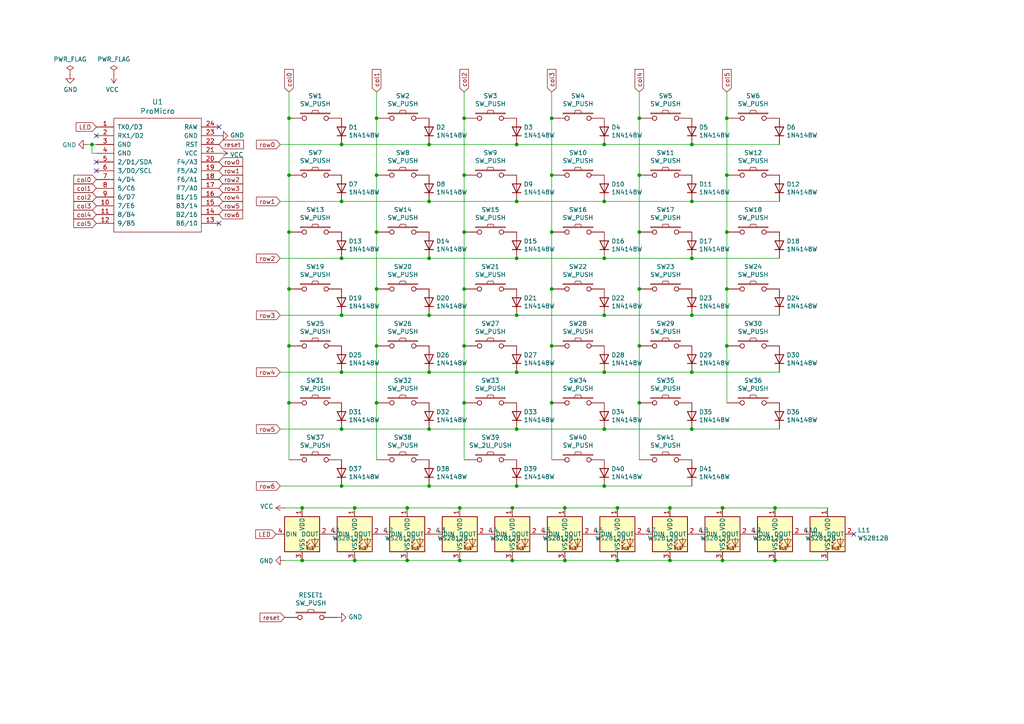
<source format=kicad_sch>
(kicad_sch (version 20230121) (generator eeschema)
  (paper "A4")
  (title_block (title "REVIUNG41") (date "2019-12-18") (rev "1.3"))
  (lib_symbols
    (symbol "Diode:1N4148W" (pin_numbers hide) (pin_names hide)
      (property "Reference" "D" (at 0 2.54 0))
      (property "Value" "1N4148W" (at 0 -2.54 0))
      (symbol "1N4148W_0_1"
        (polyline (pts (xy -1.27 1.27) (xy -1.27 -1.27)) (stroke (width 0.254)))
        (polyline (pts (xy 1.27 0) (xy -1.27 0)))
        (polyline (pts (xy 1.27 1.27) (xy 1.27 -1.27) (xy -1.27 0) (xy 1.27 1.27)) (stroke (width 0.254)))
      )
      (symbol "1N4148W_1_1"
        (pin passive line (at -3.81 0 0) (length 2.54) (name "K") (number "1"))
        (pin passive line (at 3.81 0 180) (length 2.54) (name "A") (number "2"))
      )
    )
    (symbol "LED:WS2812B" (pin_names (offset 0.254))
      (property "Reference" "D" (at 5.08 5.715 0))
      (property "Value" "WS2812B" (at 1.27 -5.715 0))
      (symbol "WS2812B_0_0"
        (text "RGB" (at 2.286 -4.191 0) (effects (font (size 0.762 0.762))))
      )
      (symbol "WS2812B_0_1"
        (polyline (pts (xy 1.27 -3.556) (xy 1.778 -3.556)))
        (polyline (pts (xy 1.27 -2.54) (xy 1.778 -2.54)))
        (polyline (pts (xy 4.699 -3.556) (xy 2.667 -3.556)))
        (polyline (pts (xy 2.286 -2.54) (xy 1.27 -3.556) (xy 1.27 -3.048)))
        (polyline (pts (xy 2.286 -1.524) (xy 1.27 -2.54) (xy 1.27 -2.032)))
        (polyline (pts (xy 3.683 -1.016) (xy 3.683 -3.556) (xy 3.683 -4.064)))
        (polyline (pts (xy 4.699 -1.524) (xy 2.667 -1.524) (xy 3.683 -3.556) (xy 4.699 -1.524)))
        (rectangle (start 5.08 5.08) (end -5.08 -5.08) (stroke (width 0.254)) (fill (type background)))
      )
      (symbol "WS2812B_1_1"
        (pin power_in line (at 0 7.62 270) (length 2.54) (name "VDD") (number "1"))
        (pin output line (at 7.62 0 180) (length 2.54) (name "DOUT") (number "2"))
        (pin power_in line (at 0 -7.62 90) (length 2.54) (name "VSS") (number "3"))
        (pin input line (at -7.62 0 0) (length 2.54) (name "DIN") (number "4"))
      )
    )
    (symbol "power:GND" (power) (pin_names (offset 0))
      (property "Value" "GND" (at 0 -3.81 0))
      (symbol "GND_0_1"
        (polyline (pts (xy 0 0) (xy 0 -1.27) (xy 1.27 -1.27) (xy 0 -2.54) (xy -1.27 -1.27) (xy 0 -1.27)))
      )
      (symbol "GND_1_1"
        (pin power_in line (at 0 0 270) (length 0) hide (name "GND") (number "1"))
      )
    )
    (symbol "power:PWR_FLAG" (power) (pin_numbers hide) (pin_names (offset 0) hide)
      (property "Value" "PWR_FLAG" (at 0 3.81 0))
      (symbol "PWR_FLAG_0_0"
        (pin power_out line (at 0 0 90) (length 0) (name "pwr") (number "1"))
      )
      (symbol "PWR_FLAG_0_1"
        (polyline (pts (xy 0 0) (xy 0 1.27) (xy -1.016 1.905) (xy 0 2.54) (xy 1.016 1.905) (xy 0 1.27)))
      )
    )
    (symbol "power:VCC" (power) (pin_names (offset 0))
      (property "Value" "VCC" (at 0 3.81 0))
      (symbol "VCC_0_1"
        (polyline (pts (xy -0.762 1.27) (xy 0 2.54)))
        (polyline (pts (xy 0 0) (xy 0 2.54)))
        (polyline (pts (xy 0 2.54) (xy 0.762 1.27)))
      )
      (symbol "VCC_1_1"
        (pin power_in line (at 0 0 90) (length 0) hide (name "VCC") (number "1"))
      )
    )
    (symbol "reviung41-rescue:ProMicro-_reviung-kbd" (pin_names (offset 1.016))
      (property "Reference" "U" (at 0 24.13 0))
      (property "Value" "_reviung-kbd_ProMicro" (at 0 -13.97 0))
      (symbol "ProMicro-_reviung-kbd_0_1"
        (rectangle (start -12.7 21.59) (end 12.7 -11.43))
      )
      (symbol "ProMicro-_reviung-kbd_1_1"
        (pin bidirectional line (at -17.78 19.05 0) (length 5.08) (name "TX0/D3") (number "1"))
        (pin bidirectional line (at -17.78 -3.81 0) (length 5.08) (name "7/E6") (number "10"))
        (pin bidirectional line (at -17.78 -6.35 0) (length 5.08) (name "8/B4") (number "11"))
        (pin bidirectional line (at -17.78 -8.89 0) (length 5.08) (name "9/B5") (number "12"))
        (pin bidirectional line (at 17.78 -8.89 180) (length 5.08) (name "B6/10") (number "13"))
        (pin bidirectional line (at 17.78 -6.35 180) (length 5.08) (name "B2/16") (number "14"))
        (pin bidirectional line (at 17.78 -3.81 180) (length 5.08) (name "B3/14") (number "15"))
        (pin bidirectional line (at 17.78 -1.27 180) (length 5.08) (name "B1/15") (number "16"))
        (pin bidirectional line (at 17.78 1.27 180) (length 5.08) (name "F7/A0") (number "17"))
        (pin bidirectional line (at 17.78 3.81 180) (length 5.08) (name "F6/A1") (number "18"))
        (pin bidirectional line (at 17.78 6.35 180) (length 5.08) (name "F5/A2") (number "19"))
        (pin bidirectional line (at -17.78 16.51 0) (length 5.08) (name "RX1/D2") (number "2"))
        (pin bidirectional line (at 17.78 8.89 180) (length 5.08) (name "F4/A3") (number "20"))
        (pin power_in line (at 17.78 11.43 180) (length 5.08) (name "VCC") (number "21"))
        (pin input line (at 17.78 13.97 180) (length 5.08) (name "RST") (number "22"))
        (pin power_in line (at 17.78 16.51 180) (length 5.08) (name "GND") (number "23"))
        (pin power_out line (at 17.78 19.05 180) (length 5.08) (name "RAW") (number "24"))
        (pin power_in line (at -17.78 13.97 0) (length 5.08) (name "GND") (number "3"))
        (pin power_in line (at -17.78 11.43 0) (length 5.08) (name "GND") (number "4"))
        (pin bidirectional line (at -17.78 8.89 0) (length 5.08) (name "2/D1/SDA") (number "5"))
        (pin bidirectional line (at -17.78 6.35 0) (length 5.08) (name "3/D0/SCL") (number "6"))
        (pin bidirectional line (at -17.78 3.81 0) (length 5.08) (name "4/D4") (number "7"))
        (pin bidirectional line (at -17.78 1.27 0) (length 5.08) (name "5/C6") (number "8"))
        (pin bidirectional line (at -17.78 -1.27 0) (length 5.08) (name "6/D7") (number "9"))
      )
    )
    (symbol "reviung41-rescue:SW_PUSH-_reviung-kbd" (pin_numbers hide) (pin_names (offset 1.016) hide)
      (property "Reference" "SW" (at 3.81 2.794 0))
      (property "Value" "_reviung-kbd_SW_PUSH" (at 0 -2.032 0))
      (symbol "SW_PUSH-_reviung-kbd_0_1"
        (rectangle (start -4.318 1.27) (end 4.318 1.524))
        (polyline (pts (xy -1.016 1.524) (xy -0.762 2.286) (xy 0.762 2.286) (xy 1.016 1.524)))
        (pin passive inverted (at -7.62 0 0) (length 5.08) (name "1") (number "1"))
        (pin passive inverted (at 7.62 0 180) (length 5.08) (name "2") (number "2"))
      )
    )
  )
  (junction (at 118.11 147.32))
  (junction (at 149.86 140.97))
  (junction (at 109.22 100.33))
  (junction (at 83.82 100.33))
  (junction (at 134.62 100.33))
  (junction (at 175.26 124.46))
  (junction (at 134.62 50.8))
  (junction (at 209.55 162.56))
  (junction (at 224.79 162.56))
  (junction (at 109.22 83.82))
  (junction (at 83.82 83.82))
  (junction (at 200.66 91.44))
  (junction (at 149.86 41.91))
  (junction (at 160.02 116.84))
  (junction (at 134.62 116.84))
  (junction (at 149.86 107.95))
  (junction (at 109.22 34.29))
  (junction (at 118.11 162.56))
  (junction (at 109.22 67.31))
  (junction (at 149.86 124.46))
  (junction (at 210.82 34.29))
  (junction (at 87.63 162.56))
  (junction (at 124.46 91.44))
  (junction (at 124.46 107.95))
  (junction (at 102.87 162.56))
  (junction (at 134.62 67.31))
  (junction (at 149.86 58.42))
  (junction (at 99.06 107.95))
  (junction (at 179.07 147.32))
  (junction (at 102.87 147.32))
  (junction (at 185.42 116.84))
  (junction (at 175.26 140.97))
  (junction (at 109.22 50.8))
  (junction (at 133.35 162.56))
  (junction (at 163.83 147.32))
  (junction (at 99.06 124.46))
  (junction (at 175.26 74.93))
  (junction (at 99.06 91.44))
  (junction (at 160.02 100.33))
  (junction (at 124.46 74.93))
  (junction (at 175.26 41.91))
  (junction (at 99.06 140.97))
  (junction (at 124.46 41.91))
  (junction (at 83.82 67.31))
  (junction (at 179.07 162.56))
  (junction (at 163.83 162.56))
  (junction (at 124.46 124.46))
  (junction (at 160.02 83.82))
  (junction (at 109.22 116.84))
  (junction (at 185.42 34.29))
  (junction (at 87.63 147.32))
  (junction (at 148.59 162.56))
  (junction (at 83.82 50.8))
  (junction (at 185.42 83.82))
  (junction (at 185.42 100.33))
  (junction (at 194.31 162.56))
  (junction (at 210.82 50.8))
  (junction (at 200.66 107.95))
  (junction (at 83.82 34.29))
  (junction (at 124.46 140.97))
  (junction (at 124.46 58.42))
  (junction (at 160.02 67.31))
  (junction (at 200.66 74.93))
  (junction (at 175.26 91.44))
  (junction (at 200.66 124.46))
  (junction (at 149.86 74.93))
  (junction (at 200.66 41.91))
  (junction (at 134.62 34.29))
  (junction (at 149.86 91.44))
  (junction (at 134.62 83.82))
  (junction (at 133.35 147.32))
  (junction (at 175.26 58.42))
  (junction (at 99.06 41.91))
  (junction (at 83.82 116.84))
  (junction (at 210.82 100.33))
  (junction (at 210.82 67.31))
  (junction (at 194.31 147.32))
  (junction (at 99.06 58.42))
  (junction (at 26.67 41.91))
  (junction (at 99.06 74.93))
  (junction (at 160.02 34.29))
  (junction (at 224.79 147.32))
  (junction (at 209.55 147.32))
  (junction (at 185.42 50.8))
  (junction (at 210.82 83.82))
  (junction (at 160.02 50.8))
  (junction (at 148.59 147.32))
  (junction (at 185.42 67.31))
  (junction (at 175.26 107.95))
  (junction (at 200.66 58.42))
  (no_connect (at 27.94 39.37))
  (no_connect (at 63.5 64.77))
  (no_connect (at 247.65 154.94))
  (no_connect (at 27.94 46.99))
  (no_connect (at 27.94 49.53))
  (no_connect (at 63.5 36.83))
  (wire (pts (xy 149.86 91.44) (xy 175.26 91.44)))
  (wire (pts (xy 102.87 162.56) (xy 118.11 162.56)))
  (wire (pts (xy 27.94 44.45) (xy 26.67 44.45)))
  (wire (pts (xy 81.28 74.93) (xy 99.06 74.93)))
  (wire (pts (xy 200.66 124.46) (xy 226.06 124.46)))
  (wire (pts (xy 210.82 34.29) (xy 210.82 50.8)))
  (wire (pts (xy 81.28 140.97) (xy 99.06 140.97)))
  (wire (pts (xy 133.35 147.32) (xy 148.59 147.32)))
  (wire (pts (xy 83.82 116.84) (xy 83.82 133.35)))
  (wire (pts (xy 185.42 67.31) (xy 185.42 83.82)))
  (wire (pts (xy 185.42 116.84) (xy 185.42 133.35)))
  (wire (pts (xy 148.59 147.32) (xy 163.83 147.32)))
  (wire (pts (xy 210.82 26.67) (xy 210.82 34.29)))
  (wire (pts (xy 210.82 67.31) (xy 210.82 83.82)))
  (wire (pts (xy 27.94 41.91) (xy 26.67 41.91)))
  (wire (pts (xy 149.86 41.91) (xy 175.26 41.91)))
  (wire (pts (xy 102.87 162.56) (xy 87.63 162.56)))
  (wire (pts (xy 200.66 58.42) (xy 226.06 58.42)))
  (wire (pts (xy 224.79 162.56) (xy 240.03 162.56)))
  (wire (pts (xy 134.62 34.29) (xy 134.62 50.8)))
  (wire (pts (xy 81.28 41.91) (xy 99.06 41.91)))
  (wire (pts (xy 175.26 91.44) (xy 200.66 91.44)))
  (wire (pts (xy 83.82 34.29) (xy 83.82 50.8)))
  (wire (pts (xy 200.66 107.95) (xy 226.06 107.95)))
  (wire (pts (xy 134.62 116.84) (xy 134.62 133.35)))
  (wire (pts (xy 185.42 26.67) (xy 185.42 34.29)))
  (wire (pts (xy 175.26 107.95) (xy 200.66 107.95)))
  (wire (pts (xy 99.06 91.44) (xy 124.46 91.44)))
  (wire (pts (xy 124.46 58.42) (xy 149.86 58.42)))
  (wire (pts (xy 118.11 147.32) (xy 133.35 147.32)))
  (wire (pts (xy 163.83 162.56) (xy 179.07 162.56)))
  (wire (pts (xy 87.63 147.32) (xy 102.87 147.32)))
  (wire (pts (xy 26.67 44.45) (xy 26.67 41.91)))
  (wire (pts (xy 185.42 83.82) (xy 185.42 100.33)))
  (wire (pts (xy 148.59 162.56) (xy 163.83 162.56)))
  (wire (pts (xy 83.82 100.33) (xy 83.82 116.84)))
  (wire (pts (xy 210.82 83.82) (xy 210.82 100.33)))
  (wire (pts (xy 109.22 50.8) (xy 109.22 67.31)))
  (wire (pts (xy 134.62 67.31) (xy 134.62 83.82)))
  (wire (pts (xy 149.86 140.97) (xy 175.26 140.97)))
  (wire (pts (xy 175.26 140.97) (xy 200.66 140.97)))
  (wire (pts (xy 109.22 83.82) (xy 109.22 100.33)))
  (wire (pts (xy 109.22 100.33) (xy 109.22 116.84)))
  (wire (pts (xy 185.42 100.33) (xy 185.42 116.84)))
  (wire (pts (xy 179.07 147.32) (xy 194.31 147.32)))
  (wire (pts (xy 99.06 41.91) (xy 124.46 41.91)))
  (wire (pts (xy 175.26 41.91) (xy 200.66 41.91)))
  (wire (pts (xy 209.55 147.32) (xy 224.79 147.32)))
  (wire (pts (xy 109.22 34.29) (xy 109.22 50.8)))
  (wire (pts (xy 160.02 26.67) (xy 160.02 34.29)))
  (wire (pts (xy 134.62 50.8) (xy 134.62 67.31)))
  (wire (pts (xy 134.62 26.67) (xy 134.62 34.29)))
  (wire (pts (xy 149.86 107.95) (xy 175.26 107.95)))
  (wire (pts (xy 102.87 147.32) (xy 118.11 147.32)))
  (wire (pts (xy 175.26 124.46) (xy 200.66 124.46)))
  (wire (pts (xy 134.62 100.33) (xy 134.62 116.84)))
  (wire (pts (xy 81.28 124.46) (xy 99.06 124.46)))
  (wire (pts (xy 81.28 107.95) (xy 99.06 107.95)))
  (wire (pts (xy 200.66 74.93) (xy 226.06 74.93)))
  (wire (pts (xy 224.79 147.32) (xy 240.03 147.32)))
  (wire (pts (xy 163.83 147.32) (xy 179.07 147.32)))
  (wire (pts (xy 194.31 162.56) (xy 209.55 162.56)))
  (wire (pts (xy 210.82 50.8) (xy 210.82 67.31)))
  (wire (pts (xy 99.06 124.46) (xy 124.46 124.46)))
  (wire (pts (xy 82.55 147.32) (xy 87.63 147.32)))
  (wire (pts (xy 109.22 67.31) (xy 109.22 83.82)))
  (wire (pts (xy 83.82 83.82) (xy 83.82 100.33)))
  (wire (pts (xy 149.86 58.42) (xy 175.26 58.42)))
  (wire (pts (xy 99.06 140.97) (xy 124.46 140.97)))
  (wire (pts (xy 82.55 162.56) (xy 87.63 162.56)))
  (wire (pts (xy 133.35 162.56) (xy 148.59 162.56)))
  (wire (pts (xy 26.67 41.91) (xy 25.4 41.91)))
  (wire (pts (xy 149.86 124.46) (xy 175.26 124.46)))
  (wire (pts (xy 109.22 26.67) (xy 109.22 34.29)))
  (wire (pts (xy 81.28 91.44) (xy 99.06 91.44)))
  (wire (pts (xy 99.06 107.95) (xy 124.46 107.95)))
  (wire (pts (xy 124.46 107.95) (xy 149.86 107.95)))
  (wire (pts (xy 109.22 116.84) (xy 109.22 133.35)))
  (wire (pts (xy 185.42 50.8) (xy 185.42 67.31)))
  (wire (pts (xy 124.46 41.91) (xy 149.86 41.91)))
  (wire (pts (xy 160.02 83.82) (xy 160.02 100.33)))
  (wire (pts (xy 124.46 140.97) (xy 149.86 140.97)))
  (wire (pts (xy 160.02 67.31) (xy 160.02 83.82)))
  (wire (pts (xy 185.42 34.29) (xy 185.42 50.8)))
  (wire (pts (xy 160.02 34.29) (xy 160.02 50.8)))
  (wire (pts (xy 81.28 58.42) (xy 99.06 58.42)))
  (wire (pts (xy 99.06 58.42) (xy 124.46 58.42)))
  (wire (pts (xy 160.02 50.8) (xy 160.02 67.31)))
  (wire (pts (xy 83.82 67.31) (xy 83.82 83.82)))
  (wire (pts (xy 134.62 83.82) (xy 134.62 100.33)))
  (wire (pts (xy 118.11 162.56) (xy 133.35 162.56)))
  (wire (pts (xy 83.82 50.8) (xy 83.82 67.31)))
  (wire (pts (xy 200.66 91.44) (xy 226.06 91.44)))
  (wire (pts (xy 124.46 124.46) (xy 149.86 124.46)))
  (wire (pts (xy 99.06 74.93) (xy 124.46 74.93)))
  (wire (pts (xy 160.02 116.84) (xy 160.02 133.35)))
  (wire (pts (xy 179.07 162.56) (xy 194.31 162.56)))
  (wire (pts (xy 210.82 116.84) (xy 210.82 100.33)))
  (wire (pts (xy 160.02 100.33) (xy 160.02 116.84)))
  (wire (pts (xy 124.46 74.93) (xy 149.86 74.93)))
  (wire (pts (xy 209.55 162.56) (xy 224.79 162.56)))
  (wire (pts (xy 149.86 74.93) (xy 175.26 74.93)))
  (wire (pts (xy 175.26 58.42) (xy 200.66 58.42)))
  (wire (pts (xy 200.66 41.91) (xy 226.06 41.91)))
  (wire (pts (xy 83.82 26.67) (xy 83.82 34.29)))
  (wire (pts (xy 194.31 147.32) (xy 209.55 147.32)))
  (wire (pts (xy 175.26 74.93) (xy 200.66 74.93)))
  (wire (pts (xy 124.46 91.44) (xy 149.86 91.44)))
  (global_label "col1" (shape input) (at 109.22 26.67 90) (property "Intersheetrefs" "${INTERSHEET_REFS}" (effects hide)))
  (global_label "LED" (shape input) (at 27.94 36.83 180) (property "Intersheetrefs" "${INTERSHEET_REFS}" (effects hide)))
  (global_label "col0" (shape input) (at 27.94 52.07 180) (property "Intersheetrefs" "${INTERSHEET_REFS}" (effects hide)))
  (global_label "col1" (shape input) (at 27.94 54.61 180) (property "Intersheetrefs" "${INTERSHEET_REFS}" (effects hide)))
  (global_label "row4" (shape input) (at 63.5 57.15 0) (property "Intersheetrefs" "${INTERSHEET_REFS}" (effects hide)))
  (global_label "col2" (shape input) (at 134.62 26.67 90) (property "Intersheetrefs" "${INTERSHEET_REFS}" (effects hide)))
  (global_label "row6" (shape input) (at 81.28 140.97 180) (property "Intersheetrefs" "${INTERSHEET_REFS}" (effects hide)))
  (global_label "LED" (shape input) (at 80.01 154.94 180) (property "Intersheetrefs" "${INTERSHEET_REFS}" (effects hide)))
  (global_label "col3" (shape input) (at 27.94 59.69 180) (property "Intersheetrefs" "${INTERSHEET_REFS}" (effects hide)))
  (global_label "col2" (shape input) (at 27.94 57.15 180) (property "Intersheetrefs" "${INTERSHEET_REFS}" (effects hide)))
  (global_label "row1" (shape input) (at 63.5 49.53 0) (property "Intersheetrefs" "${INTERSHEET_REFS}" (effects hide)))
  (global_label "row1" (shape input) (at 81.28 58.42 180) (property "Intersheetrefs" "${INTERSHEET_REFS}" (effects hide)))
  (global_label "row2" (shape input) (at 63.5 52.07 0) (property "Intersheetrefs" "${INTERSHEET_REFS}" (effects hide)))
  (global_label "row3" (shape input) (at 63.5 54.61 0) (property "Intersheetrefs" "${INTERSHEET_REFS}" (effects hide)))
  (global_label "row5" (shape input) (at 63.5 59.69 0) (property "Intersheetrefs" "${INTERSHEET_REFS}" (effects hide)))
  (global_label "row0" (shape input) (at 81.28 41.91 180) (property "Intersheetrefs" "${INTERSHEET_REFS}" (effects hide)))
  (global_label "col3" (shape input) (at 160.02 26.67 90) (property "Intersheetrefs" "${INTERSHEET_REFS}" (effects hide)))
  (global_label "col0" (shape input) (at 83.82 26.67 90) (property "Intersheetrefs" "${INTERSHEET_REFS}" (effects hide)))
  (global_label "row6" (shape input) (at 63.5 62.23 0) (property "Intersheetrefs" "${INTERSHEET_REFS}" (effects hide)))
  (global_label "row4" (shape input) (at 81.28 107.95 180) (property "Intersheetrefs" "${INTERSHEET_REFS}" (effects hide)))
  (global_label "row0" (shape input) (at 63.5 46.99 0) (property "Intersheetrefs" "${INTERSHEET_REFS}" (effects hide)))
  (global_label "col4" (shape input) (at 27.94 62.23 180) (property "Intersheetrefs" "${INTERSHEET_REFS}" (effects hide)))
  (global_label "col5" (shape input) (at 210.82 26.67 90) (property "Intersheetrefs" "${INTERSHEET_REFS}" (effects hide)))
  (global_label "reset" (shape input) (at 63.5 41.91 0) (property "Intersheetrefs" "${INTERSHEET_REFS}" (effects hide)))
  (global_label "row2" (shape input) (at 81.28 74.93 180) (property "Intersheetrefs" "${INTERSHEET_REFS}" (effects hide)))
  (global_label "col5" (shape input) (at 27.94 64.77 180) (property "Intersheetrefs" "${INTERSHEET_REFS}" (effects hide)))
  (global_label "row5" (shape input) (at 81.28 124.46 180) (property "Intersheetrefs" "${INTERSHEET_REFS}" (effects hide)))
  (global_label "col4" (shape input) (at 185.42 26.67 90) (property "Intersheetrefs" "${INTERSHEET_REFS}" (effects hide)))
  (global_label "reset" (shape input) (at 82.55 179.07 180) (property "Intersheetrefs" "${INTERSHEET_REFS}" (effects hide)))
  (global_label "row3" (shape input) (at 81.28 91.44 180) (property "Intersheetrefs" "${INTERSHEET_REFS}" (effects hide)))
  (symbol (lib_id "power:PWR_FLAG") (at 20.32 21.59 0) (unit 1)
    (property "Reference" "#FLG01" (effects hide))
    (property "Value" "PWR_FLAG" (at 20.32 17.1958 0))
  )
  (symbol (lib_id "power:GND") (at 20.32 21.59 0) (unit 1)
    (property "Reference" "#PWR01" (effects hide))
    (property "Value" "GND" (at 20.447 25.9842 0))
  )
  (symbol (lib_id "power:PWR_FLAG") (at 33.02 21.59 0) (unit 1)
    (property "Reference" "#FLG02" (effects hide))
    (property "Value" "PWR_FLAG" (at 33.02 17.1958 0))
  )
  (symbol (lib_id "power:VCC") (at 33.02 21.59 180) (unit 1)
    (property "Reference" "#PWR02" (effects hide))
    (property "Value" "VCC" (at 32.5628 25.9842 0))
  )
  (symbol (lib_id "reviung41-rescue:ProMicro-_reviung-kbd") (at 45.72 55.88 0) (unit 1)
    (property "Reference" "U1" (at 45.72 29.5402 0) (effects (font (size 1.524 1.524))))
    (property "Value" "ProMicro" (at 45.72 32.2326 0) (effects (font (size 1.524 1.524))))
    (property "Footprint" "_reviung-kbd:ProMicro" (effects hide))
  )
  (symbol (lib_id "power:GND") (at 63.5 39.37 90) (unit 1)
    (property "Reference" "#PWR03" (effects hide))
    (property "Value" "GND" (at 66.7512 39.243 90) (effects (justify right)))
  )
  (symbol (lib_id "power:VCC") (at 63.5 44.45 270) (unit 1)
    (property "Reference" "#PWR05" (effects hide))
    (property "Value" "VCC" (at 66.7512 44.8818 90) (effects (justify left)))
  )
  (symbol (lib_id "power:GND") (at 25.4 41.91 270) (unit 1)
    (property "Reference" "#PWR04" (effects hide))
    (property "Value" "GND" (at 22.1488 42.037 90) (effects (justify right)))
  )
  (symbol (lib_id "reviung41-rescue:SW_PUSH-_reviung-kbd") (at 91.44 34.29 0) (unit 1)
    (property "Reference" "SW1" (at 91.44 27.813 0))
    (property "Value" "SW_PUSH" (at 91.44 30.1244 0))
    (property "Footprint" "_reviung-kbd:MXOnly-1U-Hotswap" (effects hide))
  )
  (symbol (lib_id "Diode:1N4148W") (at 99.06 38.1 90) (unit 1)
    (property "Reference" "D1" (at 101.092 36.9316 90) (effects (justify right)))
    (property "Value" "1N4148W" (at 101.092 39.243 90) (effects (justify right)))
    (property "Footprint" "_reviung-kbd:D3_SMD_1side" (effects hide))
    (property "Datasheet" "https://www.vishay.com/docs/85748/1n4148w.pdf" (effects hide))
  )
  (symbol (lib_id "reviung41-rescue:SW_PUSH-_reviung-kbd") (at 116.84 34.29 0) (unit 1)
    (property "Reference" "SW2" (at 116.84 27.813 0))
    (property "Value" "SW_PUSH" (at 116.84 30.1244 0))
    (property "Footprint" "_reviung-kbd:MXOnly-1U-Hotswap" (effects hide))
  )
  (symbol (lib_id "Diode:1N4148W") (at 124.46 38.1 90) (unit 1)
    (property "Reference" "D2" (at 126.492 36.9316 90) (effects (justify right)))
    (property "Value" "1N4148W" (at 126.492 39.243 90) (effects (justify right)))
    (property "Footprint" "_reviung-kbd:D3_SMD_1side" (effects hide))
    (property "Datasheet" "https://www.vishay.com/docs/85748/1n4148w.pdf" (effects hide))
  )
  (symbol (lib_id "reviung41-rescue:SW_PUSH-_reviung-kbd") (at 142.24 34.29 0) (unit 1)
    (property "Reference" "SW3" (at 142.24 27.813 0))
    (property "Value" "SW_PUSH" (at 142.24 30.1244 0))
    (property "Footprint" "_reviung-kbd:MXOnly-1U-Hotswap" (effects hide))
  )
  (symbol (lib_id "Diode:1N4148W") (at 149.86 38.1 90) (unit 1)
    (property "Reference" "D3" (at 151.892 36.9316 90) (effects (justify right)))
    (property "Value" "1N4148W" (at 151.892 39.243 90) (effects (justify right)))
    (property "Footprint" "_reviung-kbd:D3_SMD_1side" (effects hide))
    (property "Datasheet" "https://www.vishay.com/docs/85748/1n4148w.pdf" (effects hide))
  )
  (symbol (lib_id "reviung41-rescue:SW_PUSH-_reviung-kbd") (at 167.64 34.29 0) (unit 1)
    (property "Reference" "SW4" (at 167.64 27.813 0))
    (property "Value" "SW_PUSH" (at 167.64 30.1244 0))
    (property "Footprint" "_reviung-kbd:MXOnly-1U-Hotswap" (effects hide))
  )
  (symbol (lib_id "Diode:1N4148W") (at 175.26 38.1 90) (unit 1)
    (property "Reference" "D4" (at 177.292 36.9316 90) (effects (justify right)))
    (property "Value" "1N4148W" (at 177.292 39.243 90) (effects (justify right)))
    (property "Footprint" "_reviung-kbd:D3_SMD_1side" (effects hide))
    (property "Datasheet" "https://www.vishay.com/docs/85748/1n4148w.pdf" (effects hide))
  )
  (symbol (lib_id "reviung41-rescue:SW_PUSH-_reviung-kbd") (at 193.04 34.29 0) (unit 1)
    (property "Reference" "SW5" (at 193.04 27.813 0))
    (property "Value" "SW_PUSH" (at 193.04 30.1244 0))
    (property "Footprint" "_reviung-kbd:MXOnly-1U-Hotswap" (effects hide))
  )
  (symbol (lib_id "Diode:1N4148W") (at 200.66 38.1 90) (unit 1)
    (property "Reference" "D5" (at 202.692 36.9316 90) (effects (justify right)))
    (property "Value" "1N4148W" (at 202.692 39.243 90) (effects (justify right)))
    (property "Footprint" "_reviung-kbd:D3_SMD_1side" (effects hide))
    (property "Datasheet" "https://www.vishay.com/docs/85748/1n4148w.pdf" (effects hide))
  )
  (symbol (lib_id "reviung41-rescue:SW_PUSH-_reviung-kbd") (at 218.44 34.29 0) (unit 1)
    (property "Reference" "SW6" (at 218.44 27.813 0))
    (property "Value" "SW_PUSH" (at 218.44 30.1244 0))
    (property "Footprint" "_reviung-kbd:MXOnly-1U-Hotswap" (effects hide))
  )
  (symbol (lib_id "Diode:1N4148W") (at 226.06 38.1 90) (unit 1)
    (property "Reference" "D6" (at 228.092 36.9316 90) (effects (justify right)))
    (property "Value" "1N4148W" (at 228.092 39.243 90) (effects (justify right)))
    (property "Footprint" "_reviung-kbd:D3_SMD_1side" (effects hide))
    (property "Datasheet" "https://www.vishay.com/docs/85748/1n4148w.pdf" (effects hide))
  )
  (symbol (lib_id "Diode:1N4148W") (at 175.26 54.61 90) (unit 1)
    (property "Reference" "D10" (at 177.292 53.4416 90) (effects (justify right)))
    (property "Value" "1N4148W" (at 177.292 55.753 90) (effects (justify right)))
    (property "Footprint" "_reviung-kbd:D3_SMD_1side" (effects hide))
    (property "Datasheet" "https://www.vishay.com/docs/85748/1n4148w.pdf" (effects hide))
  )
  (symbol (lib_id "reviung41-rescue:SW_PUSH-_reviung-kbd") (at 167.64 50.8 0) (unit 1)
    (property "Reference" "SW10" (at 167.64 44.323 0))
    (property "Value" "SW_PUSH" (at 167.64 46.6344 0))
    (property "Footprint" "_reviung-kbd:MXOnly-1U-Hotswap" (effects hide))
  )
  (symbol (lib_id "Diode:1N4148W") (at 149.86 54.61 90) (unit 1)
    (property "Reference" "D9" (at 151.892 53.4416 90) (effects (justify right)))
    (property "Value" "1N4148W" (at 151.892 55.753 90) (effects (justify right)))
    (property "Footprint" "_reviung-kbd:D3_SMD_1side" (effects hide))
    (property "Datasheet" "https://www.vishay.com/docs/85748/1n4148w.pdf" (effects hide))
  )
  (symbol (lib_id "reviung41-rescue:SW_PUSH-_reviung-kbd") (at 142.24 50.8 0) (unit 1)
    (property "Reference" "SW9" (at 142.24 44.323 0))
    (property "Value" "SW_PUSH" (at 142.24 46.6344 0))
    (property "Footprint" "_reviung-kbd:MXOnly-1U-Hotswap" (effects hide))
  )
  (symbol (lib_id "Diode:1N4148W") (at 124.46 54.61 90) (unit 1)
    (property "Reference" "D8" (at 126.492 53.4416 90) (effects (justify right)))
    (property "Value" "1N4148W" (at 126.492 55.753 90) (effects (justify right)))
    (property "Footprint" "_reviung-kbd:D3_SMD_1side" (effects hide))
    (property "Datasheet" "https://www.vishay.com/docs/85748/1n4148w.pdf" (effects hide))
  )
  (symbol (lib_id "reviung41-rescue:SW_PUSH-_reviung-kbd") (at 116.84 50.8 0) (unit 1)
    (property "Reference" "SW8" (at 116.84 44.323 0))
    (property "Value" "SW_PUSH" (at 116.84 46.6344 0))
    (property "Footprint" "_reviung-kbd:MXOnly-1U-Hotswap" (effects hide))
  )
  (symbol (lib_id "Diode:1N4148W") (at 99.06 54.61 90) (unit 1)
    (property "Reference" "D7" (at 101.092 53.4416 90) (effects (justify right)))
    (property "Value" "1N4148W" (at 101.092 55.753 90) (effects (justify right)))
    (property "Footprint" "_reviung-kbd:D3_SMD_1side" (effects hide))
    (property "Datasheet" "https://www.vishay.com/docs/85748/1n4148w.pdf" (effects hide))
  )
  (symbol (lib_id "reviung41-rescue:SW_PUSH-_reviung-kbd") (at 91.44 50.8 0) (unit 1)
    (property "Reference" "SW7" (at 91.44 44.323 0))
    (property "Value" "SW_PUSH" (at 91.44 46.6344 0))
    (property "Footprint" "_reviung-kbd:MXOnly-1U-Hotswap" (effects hide))
  )
  (symbol (lib_id "reviung41-rescue:SW_PUSH-_reviung-kbd") (at 193.04 50.8 0) (unit 1)
    (property "Reference" "SW11" (at 193.04 44.323 0))
    (property "Value" "SW_PUSH" (at 193.04 46.6344 0))
    (property "Footprint" "_reviung-kbd:MXOnly-1U-Hotswap" (effects hide))
  )
  (symbol (lib_id "Diode:1N4148W") (at 200.66 54.61 90) (unit 1)
    (property "Reference" "D11" (at 202.692 53.4416 90) (effects (justify right)))
    (property "Value" "1N4148W" (at 202.692 55.753 90) (effects (justify right)))
    (property "Footprint" "_reviung-kbd:D3_SMD_1side" (effects hide))
    (property "Datasheet" "https://www.vishay.com/docs/85748/1n4148w.pdf" (effects hide))
  )
  (symbol (lib_id "reviung41-rescue:SW_PUSH-_reviung-kbd") (at 218.44 50.8 0) (unit 1)
    (property "Reference" "SW12" (at 218.44 44.323 0))
    (property "Value" "SW_PUSH" (at 218.44 46.6344 0))
    (property "Footprint" "_reviung-kbd:MXOnly-1U-Hotswap" (effects hide))
  )
  (symbol (lib_id "Diode:1N4148W") (at 226.06 54.61 90) (unit 1)
    (property "Reference" "D12" (at 228.092 53.4416 90) (effects (justify right)))
    (property "Value" "1N4148W" (at 228.092 55.753 90) (effects (justify right)))
    (property "Footprint" "_reviung-kbd:D3_SMD_1side" (effects hide))
    (property "Datasheet" "https://www.vishay.com/docs/85748/1n4148w.pdf" (effects hide))
  )
  (symbol (lib_id "Diode:1N4148W") (at 175.26 71.12 90) (unit 1)
    (property "Reference" "D16" (at 177.292 69.9516 90) (effects (justify right)))
    (property "Value" "1N4148W" (at 177.292 72.263 90) (effects (justify right)))
    (property "Footprint" "_reviung-kbd:D3_SMD_1side" (effects hide))
    (property "Datasheet" "https://www.vishay.com/docs/85748/1n4148w.pdf" (effects hide))
  )
  (symbol (lib_id "reviung41-rescue:SW_PUSH-_reviung-kbd") (at 167.64 67.31 0) (unit 1)
    (property "Reference" "SW16" (at 167.64 60.833 0))
    (property "Value" "SW_PUSH" (at 167.64 63.1444 0))
    (property "Footprint" "_reviung-kbd:MXOnly-1U-Hotswap" (effects hide))
  )
  (symbol (lib_id "Diode:1N4148W") (at 149.86 71.12 90) (unit 1)
    (property "Reference" "D15" (at 151.892 69.9516 90) (effects (justify right)))
    (property "Value" "1N4148W" (at 151.892 72.263 90) (effects (justify right)))
    (property "Footprint" "_reviung-kbd:D3_SMD_1side" (effects hide))
    (property "Datasheet" "https://www.vishay.com/docs/85748/1n4148w.pdf" (effects hide))
  )
  (symbol (lib_id "reviung41-rescue:SW_PUSH-_reviung-kbd") (at 142.24 67.31 0) (unit 1)
    (property "Reference" "SW15" (at 142.24 60.833 0))
    (property "Value" "SW_PUSH" (at 142.24 63.1444 0))
    (property "Footprint" "_reviung-kbd:MXOnly-1U-Hotswap" (effects hide))
  )
  (symbol (lib_id "Diode:1N4148W") (at 124.46 71.12 90) (unit 1)
    (property "Reference" "D14" (at 126.492 69.9516 90) (effects (justify right)))
    (property "Value" "1N4148W" (at 126.492 72.263 90) (effects (justify right)))
    (property "Footprint" "_reviung-kbd:D3_SMD_1side" (effects hide))
    (property "Datasheet" "https://www.vishay.com/docs/85748/1n4148w.pdf" (effects hide))
  )
  (symbol (lib_id "reviung41-rescue:SW_PUSH-_reviung-kbd") (at 116.84 67.31 0) (unit 1)
    (property "Reference" "SW14" (at 116.84 60.833 0))
    (property "Value" "SW_PUSH" (at 116.84 63.1444 0))
    (property "Footprint" "_reviung-kbd:MXOnly-1U-Hotswap" (effects hide))
  )
  (symbol (lib_id "Diode:1N4148W") (at 99.06 71.12 90) (unit 1)
    (property "Reference" "D13" (at 101.092 69.9516 90) (effects (justify right)))
    (property "Value" "1N4148W" (at 101.092 72.263 90) (effects (justify right)))
    (property "Footprint" "_reviung-kbd:D3_SMD_1side" (effects hide))
    (property "Datasheet" "https://www.vishay.com/docs/85748/1n4148w.pdf" (effects hide))
  )
  (symbol (lib_id "reviung41-rescue:SW_PUSH-_reviung-kbd") (at 91.44 67.31 0) (unit 1)
    (property "Reference" "SW13" (at 91.44 60.833 0))
    (property "Value" "SW_PUSH" (at 91.44 63.1444 0))
    (property "Footprint" "_reviung-kbd:MXOnly-1U-Hotswap" (effects hide))
  )
  (symbol (lib_id "reviung41-rescue:SW_PUSH-_reviung-kbd") (at 193.04 67.31 0) (unit 1)
    (property "Reference" "SW17" (at 193.04 60.833 0))
    (property "Value" "SW_PUSH" (at 193.04 63.1444 0))
    (property "Footprint" "_reviung-kbd:MXOnly-1U-Hotswap" (effects hide))
  )
  (symbol (lib_id "Diode:1N4148W") (at 200.66 71.12 90) (unit 1)
    (property "Reference" "D17" (at 202.692 69.9516 90) (effects (justify right)))
    (property "Value" "1N4148W" (at 202.692 72.263 90) (effects (justify right)))
    (property "Footprint" "_reviung-kbd:D3_SMD_1side" (effects hide))
    (property "Datasheet" "https://www.vishay.com/docs/85748/1n4148w.pdf" (effects hide))
  )
  (symbol (lib_id "reviung41-rescue:SW_PUSH-_reviung-kbd") (at 218.44 67.31 0) (unit 1)
    (property "Reference" "SW18" (at 218.44 60.833 0))
    (property "Value" "SW_PUSH" (at 218.44 63.1444 0))
    (property "Footprint" "_reviung-kbd:MXOnly-1U-Hotswap" (effects hide))
  )
  (symbol (lib_id "Diode:1N4148W") (at 226.06 71.12 90) (unit 1)
    (property "Reference" "D18" (at 228.092 69.9516 90) (effects (justify right)))
    (property "Value" "1N4148W" (at 228.092 72.263 90) (effects (justify right)))
    (property "Footprint" "_reviung-kbd:D3_SMD_1side" (effects hide))
    (property "Datasheet" "https://www.vishay.com/docs/85748/1n4148w.pdf" (effects hide))
  )
  (symbol (lib_id "Diode:1N4148W") (at 175.26 87.63 90) (unit 1)
    (property "Reference" "D22" (at 177.292 86.4616 90) (effects (justify right)))
    (property "Value" "1N4148W" (at 177.292 88.773 90) (effects (justify right)))
    (property "Footprint" "_reviung-kbd:D3_SMD_1side" (effects hide))
    (property "Datasheet" "https://www.vishay.com/docs/85748/1n4148w.pdf" (effects hide))
  )
  (symbol (lib_id "reviung41-rescue:SW_PUSH-_reviung-kbd") (at 167.64 83.82 0) (unit 1)
    (property "Reference" "SW22" (at 167.64 77.343 0))
    (property "Value" "SW_PUSH" (at 167.64 79.6544 0))
    (property "Footprint" "_reviung-kbd:MXOnly-1U-Hotswap" (effects hide))
  )
  (symbol (lib_id "Diode:1N4148W") (at 149.86 87.63 90) (unit 1)
    (property "Reference" "D21" (at 151.892 86.4616 90) (effects (justify right)))
    (property "Value" "1N4148W" (at 151.892 88.773 90) (effects (justify right)))
    (property "Footprint" "_reviung-kbd:D3_SMD_1side" (effects hide))
    (property "Datasheet" "https://www.vishay.com/docs/85748/1n4148w.pdf" (effects hide))
  )
  (symbol (lib_id "reviung41-rescue:SW_PUSH-_reviung-kbd") (at 142.24 83.82 0) (unit 1)
    (property "Reference" "SW21" (at 142.24 77.343 0))
    (property "Value" "SW_PUSH" (at 142.24 79.6544 0))
    (property "Footprint" "_reviung-kbd:MXOnly-1U-Hotswap" (effects hide))
  )
  (symbol (lib_id "Diode:1N4148W") (at 124.46 87.63 90) (unit 1)
    (property "Reference" "D20" (at 126.492 86.4616 90) (effects (justify right)))
    (property "Value" "1N4148W" (at 126.492 88.773 90) (effects (justify right)))
    (property "Footprint" "_reviung-kbd:D3_SMD_1side" (effects hide))
    (property "Datasheet" "https://www.vishay.com/docs/85748/1n4148w.pdf" (effects hide))
  )
  (symbol (lib_id "reviung41-rescue:SW_PUSH-_reviung-kbd") (at 116.84 83.82 0) (unit 1)
    (property "Reference" "SW20" (at 116.84 77.343 0))
    (property "Value" "SW_PUSH" (at 116.84 79.6544 0))
    (property "Footprint" "_reviung-kbd:MXOnly-1U-Hotswap" (effects hide))
  )
  (symbol (lib_id "Diode:1N4148W") (at 99.06 87.63 90) (unit 1)
    (property "Reference" "D19" (at 101.092 86.4616 90) (effects (justify right)))
    (property "Value" "1N4148W" (at 101.092 88.773 90) (effects (justify right)))
    (property "Footprint" "_reviung-kbd:D3_SMD_1side" (effects hide))
    (property "Datasheet" "https://www.vishay.com/docs/85748/1n4148w.pdf" (effects hide))
  )
  (symbol (lib_id "reviung41-rescue:SW_PUSH-_reviung-kbd") (at 91.44 83.82 0) (unit 1)
    (property "Reference" "SW19" (at 91.44 77.343 0))
    (property "Value" "SW_PUSH" (at 91.44 79.6544 0))
    (property "Footprint" "_reviung-kbd:MXOnly-1U-Hotswap" (effects hide))
  )
  (symbol (lib_id "reviung41-rescue:SW_PUSH-_reviung-kbd") (at 193.04 83.82 0) (unit 1)
    (property "Reference" "SW23" (at 193.04 77.343 0))
    (property "Value" "SW_PUSH" (at 193.04 79.6544 0))
    (property "Footprint" "_reviung-kbd:MXOnly-1U-Hotswap" (effects hide))
  )
  (symbol (lib_id "Diode:1N4148W") (at 200.66 87.63 90) (unit 1)
    (property "Reference" "D23" (at 202.692 86.4616 90) (effects (justify right)))
    (property "Value" "1N4148W" (at 202.692 88.773 90) (effects (justify right)))
    (property "Footprint" "_reviung-kbd:D3_SMD_1side" (effects hide))
    (property "Datasheet" "https://www.vishay.com/docs/85748/1n4148w.pdf" (effects hide))
  )
  (symbol (lib_id "reviung41-rescue:SW_PUSH-_reviung-kbd") (at 218.44 83.82 0) (unit 1)
    (property "Reference" "SW24" (at 218.44 77.343 0))
    (property "Value" "SW_PUSH" (at 218.44 79.6544 0))
    (property "Footprint" "_reviung-kbd:MXOnly-1U-Hotswap" (effects hide))
  )
  (symbol (lib_id "Diode:1N4148W") (at 226.06 87.63 90) (unit 1)
    (property "Reference" "D24" (at 228.092 86.4616 90) (effects (justify right)))
    (property "Value" "1N4148W" (at 228.092 88.773 90) (effects (justify right)))
    (property "Footprint" "_reviung-kbd:D3_SMD_1side" (effects hide))
    (property "Datasheet" "https://www.vishay.com/docs/85748/1n4148w.pdf" (effects hide))
  )
  (symbol (lib_id "Diode:1N4148W") (at 175.26 104.14 90) (unit 1)
    (property "Reference" "D28" (at 177.292 102.9716 90) (effects (justify right)))
    (property "Value" "1N4148W" (at 177.292 105.283 90) (effects (justify right)))
    (property "Footprint" "_reviung-kbd:D3_SMD_1side" (effects hide))
    (property "Datasheet" "https://www.vishay.com/docs/85748/1n4148w.pdf" (effects hide))
  )
  (symbol (lib_id "reviung41-rescue:SW_PUSH-_reviung-kbd") (at 167.64 100.33 0) (unit 1)
    (property "Reference" "SW28" (at 167.64 93.853 0))
    (property "Value" "SW_PUSH" (at 167.64 96.1644 0))
    (property "Footprint" "_reviung-kbd:MXOnly-1U-Hotswap" (effects hide))
  )
  (symbol (lib_id "Diode:1N4148W") (at 149.86 104.14 90) (unit 1)
    (property "Reference" "D27" (at 151.892 102.9716 90) (effects (justify right)))
    (property "Value" "1N4148W" (at 151.892 105.283 90) (effects (justify right)))
    (property "Footprint" "_reviung-kbd:D3_SMD_1side" (effects hide))
    (property "Datasheet" "https://www.vishay.com/docs/85748/1n4148w.pdf" (effects hide))
  )
  (symbol (lib_id "reviung41-rescue:SW_PUSH-_reviung-kbd") (at 142.24 100.33 0) (unit 1)
    (property "Reference" "SW27" (at 142.24 93.853 0))
    (property "Value" "SW_PUSH" (at 142.24 96.1644 0))
    (property "Footprint" "_reviung-kbd:MXOnly-1U-Hotswap" (effects hide))
  )
  (symbol (lib_id "Diode:1N4148W") (at 124.46 104.14 90) (unit 1)
    (property "Reference" "D26" (at 126.492 102.9716 90) (effects (justify right)))
    (property "Value" "1N4148W" (at 126.492 105.283 90) (effects (justify right)))
    (property "Footprint" "_reviung-kbd:D3_SMD_1side" (effects hide))
    (property "Datasheet" "https://www.vishay.com/docs/85748/1n4148w.pdf" (effects hide))
  )
  (symbol (lib_id "reviung41-rescue:SW_PUSH-_reviung-kbd") (at 116.84 100.33 0) (unit 1)
    (property "Reference" "SW26" (at 116.84 93.853 0))
    (property "Value" "SW_PUSH" (at 116.84 96.1644 0))
    (property "Footprint" "_reviung-kbd:MXOnly-1U-Hotswap" (effects hide))
  )
  (symbol (lib_id "Diode:1N4148W") (at 99.06 104.14 90) (unit 1)
    (property "Reference" "D25" (at 101.092 102.9716 90) (effects (justify right)))
    (property "Value" "1N4148W" (at 101.092 105.283 90) (effects (justify right)))
    (property "Footprint" "_reviung-kbd:D3_SMD_1side" (effects hide))
    (property "Datasheet" "https://www.vishay.com/docs/85748/1n4148w.pdf" (effects hide))
  )
  (symbol (lib_id "reviung41-rescue:SW_PUSH-_reviung-kbd") (at 91.44 100.33 0) (unit 1)
    (property "Reference" "SW25" (at 91.44 93.853 0))
    (property "Value" "SW_PUSH" (at 91.44 96.1644 0))
    (property "Footprint" "_reviung-kbd:MXOnly-1U-Hotswap" (effects hide))
  )
  (symbol (lib_id "reviung41-rescue:SW_PUSH-_reviung-kbd") (at 193.04 100.33 0) (unit 1)
    (property "Reference" "SW29" (at 193.04 93.853 0))
    (property "Value" "SW_PUSH" (at 193.04 96.1644 0))
    (property "Footprint" "_reviung-kbd:MXOnly-1U-Hotswap" (effects hide))
  )
  (symbol (lib_id "Diode:1N4148W") (at 200.66 104.14 90) (unit 1)
    (property "Reference" "D29" (at 202.692 102.9716 90) (effects (justify right)))
    (property "Value" "1N4148W" (at 202.692 105.283 90) (effects (justify right)))
    (property "Footprint" "_reviung-kbd:D3_SMD_1side" (effects hide))
    (property "Datasheet" "https://www.vishay.com/docs/85748/1n4148w.pdf" (effects hide))
  )
  (symbol (lib_id "reviung41-rescue:SW_PUSH-_reviung-kbd") (at 218.44 100.33 0) (unit 1)
    (property "Reference" "SW30" (at 218.44 93.853 0))
    (property "Value" "SW_PUSH" (at 218.44 96.1644 0))
    (property "Footprint" "_reviung-kbd:MXOnly-1U-Hotswap" (effects hide))
  )
  (symbol (lib_id "Diode:1N4148W") (at 226.06 104.14 90) (unit 1)
    (property "Reference" "D30" (at 228.092 102.9716 90) (effects (justify right)))
    (property "Value" "1N4148W" (at 228.092 105.283 90) (effects (justify right)))
    (property "Footprint" "_reviung-kbd:D3_SMD_1side" (effects hide))
    (property "Datasheet" "https://www.vishay.com/docs/85748/1n4148w.pdf" (effects hide))
  )
  (symbol (lib_id "Diode:1N4148W") (at 175.26 120.65 90) (unit 1)
    (property "Reference" "D34" (at 177.292 119.4816 90) (effects (justify right)))
    (property "Value" "1N4148W" (at 177.292 121.793 90) (effects (justify right)))
    (property "Footprint" "_reviung-kbd:D3_SMD_1side" (effects hide))
    (property "Datasheet" "https://www.vishay.com/docs/85748/1n4148w.pdf" (effects hide))
  )
  (symbol (lib_id "reviung41-rescue:SW_PUSH-_reviung-kbd") (at 167.64 116.84 0) (unit 1)
    (property "Reference" "SW34" (at 167.64 110.363 0))
    (property "Value" "SW_PUSH" (at 167.64 112.6744 0))
    (property "Footprint" "_reviung-kbd:MXOnly-1U-Hotswap" (effects hide))
  )
  (symbol (lib_id "Diode:1N4148W") (at 149.86 120.65 90) (unit 1)
    (property "Reference" "D33" (at 151.892 119.4816 90) (effects (justify right)))
    (property "Value" "1N4148W" (at 151.892 121.793 90) (effects (justify right)))
    (property "Footprint" "_reviung-kbd:D3_SMD_1side" (effects hide))
    (property "Datasheet" "https://www.vishay.com/docs/85748/1n4148w.pdf" (effects hide))
  )
  (symbol (lib_id "reviung41-rescue:SW_PUSH-_reviung-kbd") (at 142.24 116.84 0) (unit 1)
    (property "Reference" "SW33" (at 142.24 110.363 0))
    (property "Value" "SW_PUSH" (at 142.24 112.6744 0))
    (property "Footprint" "_reviung-kbd:MXOnly-1U-Hotswap" (effects hide))
  )
  (symbol (lib_id "Diode:1N4148W") (at 124.46 120.65 90) (unit 1)
    (property "Reference" "D32" (at 126.492 119.4816 90) (effects (justify right)))
    (property "Value" "1N4148W" (at 126.492 121.793 90) (effects (justify right)))
    (property "Footprint" "_reviung-kbd:D3_SMD_1side" (effects hide))
    (property "Datasheet" "https://www.vishay.com/docs/85748/1n4148w.pdf" (effects hide))
  )
  (symbol (lib_id "reviung41-rescue:SW_PUSH-_reviung-kbd") (at 116.84 116.84 0) (unit 1)
    (property "Reference" "SW32" (at 116.84 110.363 0))
    (property "Value" "SW_PUSH" (at 116.84 112.6744 0))
    (property "Footprint" "_reviung-kbd:MXOnly-1U-Hotswap" (effects hide))
  )
  (symbol (lib_id "Diode:1N4148W") (at 99.06 120.65 90) (unit 1)
    (property "Reference" "D31" (at 101.092 119.4816 90) (effects (justify right)))
    (property "Value" "1N4148W" (at 101.092 121.793 90) (effects (justify right)))
    (property "Footprint" "_reviung-kbd:D3_SMD_1side" (effects hide))
    (property "Datasheet" "https://www.vishay.com/docs/85748/1n4148w.pdf" (effects hide))
  )
  (symbol (lib_id "reviung41-rescue:SW_PUSH-_reviung-kbd") (at 91.44 116.84 0) (unit 1)
    (property "Reference" "SW31" (at 91.44 110.363 0))
    (property "Value" "SW_PUSH" (at 91.44 112.6744 0))
    (property "Footprint" "_reviung-kbd:MXOnly-1U-Hotswap" (effects hide))
  )
  (symbol (lib_id "reviung41-rescue:SW_PUSH-_reviung-kbd") (at 193.04 116.84 0) (unit 1)
    (property "Reference" "SW35" (at 193.04 110.363 0))
    (property "Value" "SW_PUSH" (at 193.04 112.6744 0))
    (property "Footprint" "_reviung-kbd:MXOnly-1U-Hotswap" (effects hide))
  )
  (symbol (lib_id "Diode:1N4148W") (at 200.66 120.65 90) (unit 1)
    (property "Reference" "D35" (at 202.692 119.4816 90) (effects (justify right)))
    (property "Value" "1N4148W" (at 202.692 121.793 90) (effects (justify right)))
    (property "Footprint" "_reviung-kbd:D3_SMD_1side" (effects hide))
    (property "Datasheet" "https://www.vishay.com/docs/85748/1n4148w.pdf" (effects hide))
  )
  (symbol (lib_id "reviung41-rescue:SW_PUSH-_reviung-kbd") (at 218.44 116.84 0) (unit 1)
    (property "Reference" "SW36" (at 218.44 110.363 0))
    (property "Value" "SW_PUSH" (at 218.44 112.6744 0))
    (property "Footprint" "_reviung-kbd:MXOnly-1U-Hotswap" (effects hide))
  )
  (symbol (lib_id "Diode:1N4148W") (at 226.06 120.65 90) (unit 1)
    (property "Reference" "D36" (at 228.092 119.4816 90) (effects (justify right)))
    (property "Value" "1N4148W" (at 228.092 121.793 90) (effects (justify right)))
    (property "Footprint" "_reviung-kbd:D3_SMD_1side" (effects hide))
    (property "Datasheet" "https://www.vishay.com/docs/85748/1n4148w.pdf" (effects hide))
  )
  (symbol (lib_id "Diode:1N4148W") (at 175.26 137.16 90) (unit 1)
    (property "Reference" "D40" (at 177.292 135.9916 90) (effects (justify right)))
    (property "Value" "1N4148W" (at 177.292 138.303 90) (effects (justify right)))
    (property "Footprint" "_reviung-kbd:D3_SMD_1side" (effects hide))
    (property "Datasheet" "https://www.vishay.com/docs/85748/1n4148w.pdf" (effects hide))
  )
  (symbol (lib_id "reviung41-rescue:SW_PUSH-_reviung-kbd") (at 167.64 133.35 0) (unit 1)
    (property "Reference" "SW40" (at 167.64 126.873 0))
    (property "Value" "SW_PUSH" (at 167.64 129.1844 0))
    (property "Footprint" "_reviung-kbd:MXOnly-1U-Hotswap" (effects hide))
  )
  (symbol (lib_id "Diode:1N4148W") (at 149.86 137.16 90) (unit 1)
    (property "Reference" "D39" (at 151.892 135.9916 90) (effects (justify right)))
    (property "Value" "1N4148W" (at 151.892 138.303 90) (effects (justify right)))
    (property "Footprint" "_reviung-kbd:D3_SMD_1side" (effects hide))
    (property "Datasheet" "https://www.vishay.com/docs/85748/1n4148w.pdf" (effects hide))
  )
  (symbol (lib_id "reviung41-rescue:SW_PUSH-_reviung-kbd") (at 142.24 133.35 0) (unit 1)
    (property "Reference" "SW39" (at 142.24 126.873 0))
    (property "Value" "SW_2U_PUSH" (at 142.24 129.1844 0))
    (property "Footprint" "_reviung-kbd:MXOnly-2U-Hotswap-ReversedStabilizers" (effects hide))
  )
  (symbol (lib_id "Diode:1N4148W") (at 124.46 137.16 90) (unit 1)
    (property "Reference" "D38" (at 126.492 135.9916 90) (effects (justify right)))
    (property "Value" "1N4148W" (at 126.492 138.303 90) (effects (justify right)))
    (property "Footprint" "_reviung-kbd:D3_SMD_1side" (effects hide))
    (property "Datasheet" "https://www.vishay.com/docs/85748/1n4148w.pdf" (effects hide))
  )
  (symbol (lib_id "reviung41-rescue:SW_PUSH-_reviung-kbd") (at 116.84 133.35 0) (unit 1)
    (property "Reference" "SW38" (at 116.84 126.873 0))
    (property "Value" "SW_PUSH" (at 116.84 129.1844 0))
    (property "Footprint" "_reviung-kbd:MXOnly-1U-Hotswap" (effects hide))
  )
  (symbol (lib_id "Diode:1N4148W") (at 99.06 137.16 90) (unit 1)
    (property "Reference" "D37" (at 101.092 135.9916 90) (effects (justify right)))
    (property "Value" "1N4148W" (at 101.092 138.303 90) (effects (justify right)))
    (property "Footprint" "_reviung-kbd:D3_SMD_1side" (effects hide))
    (property "Datasheet" "https://www.vishay.com/docs/85748/1n4148w.pdf" (effects hide))
  )
  (symbol (lib_id "reviung41-rescue:SW_PUSH-_reviung-kbd") (at 91.44 133.35 0) (unit 1)
    (property "Reference" "SW37" (at 91.44 126.873 0))
    (property "Value" "SW_PUSH" (at 91.44 129.1844 0))
    (property "Footprint" "_reviung-kbd:MXOnly-1U-Hotswap" (effects hide))
  )
  (symbol (lib_id "reviung41-rescue:SW_PUSH-_reviung-kbd") (at 193.04 133.35 0) (unit 1)
    (property "Reference" "SW41" (at 193.04 126.873 0))
    (property "Value" "SW_PUSH" (at 193.04 129.1844 0))
    (property "Footprint" "_reviung-kbd:MXOnly-1U-Hotswap" (effects hide))
  )
  (symbol (lib_id "Diode:1N4148W") (at 200.66 137.16 90) (unit 1)
    (property "Reference" "D41" (at 202.692 135.9916 90) (effects (justify right)))
    (property "Value" "1N4148W" (at 202.692 138.303 90) (effects (justify right)))
    (property "Footprint" "_reviung-kbd:D3_SMD_1side" (effects hide))
    (property "Datasheet" "https://www.vishay.com/docs/85748/1n4148w.pdf" (effects hide))
  )
  (symbol (lib_id "reviung41-rescue:SW_PUSH-_reviung-kbd") (at 90.17 179.07 0) (unit 1)
    (property "Reference" "RESET1" (at 90.17 172.593 0))
    (property "Value" "SW_PUSH" (at 90.17 174.9044 0))
    (property "Footprint" "_reviung-kbd:ResetSW_1side" (effects hide))
  )
  (symbol (lib_id "power:GND") (at 97.79 179.07 90) (unit 1)
    (property "Reference" "#PWR08" (effects hide))
    (property "Value" "GND" (at 101.0412 178.943 90) (effects (justify right)))
  )
  (symbol (lib_id "power:VCC") (at 82.55 147.32 90) (unit 1)
    (property "Reference" "#PWR06" (effects hide))
    (property "Value" "VCC" (at 79.2988 146.8882 90) (effects (justify left)))
  )
  (symbol (lib_id "power:GND") (at 82.55 162.56 270) (unit 1)
    (property "Reference" "#PWR07" (effects hide))
    (property "Value" "GND" (at 79.2988 162.687 90) (effects (justify right)))
  )
  (symbol (lib_id "LED:WS2812B") (at 87.63 154.94 0) (unit 1)
    (property "Reference" "L1" (at 96.3676 153.7716 0) (effects (justify left)))
    (property "Value" "WS2812B" (at 96.3676 156.083 0) (effects (justify left)))
    (property "Footprint" "_reviung-kbd:LED_WS2812B_PLCC4_5.0x5.0mm_P3.2mm" (effects hide))
    (property "Datasheet" "https://cdn-shop.adafruit.com/datasheets/WS2812B.pdf" (effects hide))
  )
  (symbol (lib_id "LED:WS2812B") (at 102.87 154.94 0) (unit 1)
    (property "Reference" "L2" (at 111.6076 153.7716 0) (effects (justify left)))
    (property "Value" "WS2812B" (at 111.6076 156.083 0) (effects (justify left)))
    (property "Footprint" "_reviung-kbd:LED_WS2812B_PLCC4_5.0x5.0mm_P3.2mm" (effects hide))
    (property "Datasheet" "https://cdn-shop.adafruit.com/datasheets/WS2812B.pdf" (effects hide))
  )
  (symbol (lib_id "LED:WS2812B") (at 118.11 154.94 0) (unit 1)
    (property "Reference" "L3" (at 126.8476 153.7716 0) (effects (justify left)))
    (property "Value" "WS2812B" (at 126.8476 156.083 0) (effects (justify left)))
    (property "Footprint" "_reviung-kbd:LED_WS2812B_PLCC4_5.0x5.0mm_P3.2mm" (effects hide))
    (property "Datasheet" "https://cdn-shop.adafruit.com/datasheets/WS2812B.pdf" (effects hide))
  )
  (symbol (lib_id "LED:WS2812B") (at 133.35 154.94 0) (unit 1)
    (property "Reference" "L4" (at 142.0876 153.7716 0) (effects (justify left)))
    (property "Value" "WS2812B" (at 142.0876 156.083 0) (effects (justify left)))
    (property "Footprint" "_reviung-kbd:LED_WS2812B_PLCC4_5.0x5.0mm_P3.2mm" (effects hide))
    (property "Datasheet" "https://cdn-shop.adafruit.com/datasheets/WS2812B.pdf" (effects hide))
  )
  (symbol (lib_id "LED:WS2812B") (at 148.59 154.94 0) (unit 1)
    (property "Reference" "L5" (at 157.3276 153.7716 0) (effects (justify left)))
    (property "Value" "WS2812B" (at 157.3276 156.083 0) (effects (justify left)))
    (property "Footprint" "_reviung-kbd:LED_WS2812B_PLCC4_5.0x5.0mm_P3.2mm" (effects hide))
    (property "Datasheet" "https://cdn-shop.adafruit.com/datasheets/WS2812B.pdf" (effects hide))
  )
  (symbol (lib_id "LED:WS2812B") (at 163.83 154.94 0) (unit 1)
    (property "Reference" "L6" (at 172.5676 153.7716 0) (effects (justify left)))
    (property "Value" "WS2812B" (at 172.5676 156.083 0) (effects (justify left)))
    (property "Footprint" "_reviung-kbd:LED_WS2812B_PLCC4_5.0x5.0mm_P3.2mm" (effects hide))
    (property "Datasheet" "https://cdn-shop.adafruit.com/datasheets/WS2812B.pdf" (effects hide))
  )
  (symbol (lib_id "LED:WS2812B") (at 179.07 154.94 0) (unit 1)
    (property "Reference" "L7" (at 187.8076 153.7716 0) (effects (justify left)))
    (property "Value" "WS2812B" (at 187.8076 156.083 0) (effects (justify left)))
    (property "Footprint" "_reviung-kbd:LED_WS2812B_PLCC4_5.0x5.0mm_P3.2mm" (effects hide))
    (property "Datasheet" "https://cdn-shop.adafruit.com/datasheets/WS2812B.pdf" (effects hide))
  )
  (symbol (lib_id "LED:WS2812B") (at 194.31 154.94 0) (unit 1)
    (property "Reference" "L8" (at 203.0476 153.7716 0) (effects (justify left)))
    (property "Value" "WS2812B" (at 203.0476 156.083 0) (effects (justify left)))
    (property "Footprint" "_reviung-kbd:LED_WS2812B_PLCC4_5.0x5.0mm_P3.2mm" (effects hide))
    (property "Datasheet" "https://cdn-shop.adafruit.com/datasheets/WS2812B.pdf" (effects hide))
  )
  (symbol (lib_id "LED:WS2812B") (at 209.55 154.94 0) (unit 1)
    (property "Reference" "L9" (at 218.2876 153.7716 0) (effects (justify left)))
    (property "Value" "WS2812B" (at 218.2876 156.083 0) (effects (justify left)))
    (property "Footprint" "_reviung-kbd:LED_WS2812B_PLCC4_5.0x5.0mm_P3.2mm" (effects hide))
    (property "Datasheet" "https://cdn-shop.adafruit.com/datasheets/WS2812B.pdf" (effects hide))
  )
  (symbol (lib_id "LED:WS2812B") (at 224.79 154.94 0) (unit 1)
    (property "Reference" "L10" (at 233.5276 153.7716 0) (effects (justify left)))
    (property "Value" "WS2812B" (at 233.5276 156.083 0) (effects (justify left)))
    (property "Footprint" "_reviung-kbd:LED_WS2812B_PLCC4_5.0x5.0mm_P3.2mm" (effects hide))
    (property "Datasheet" "https://cdn-shop.adafruit.com/datasheets/WS2812B.pdf" (effects hide))
  )
  (symbol (lib_id "LED:WS2812B") (at 240.03 154.94 0) (unit 1)
    (property "Reference" "L11" (at 248.7676 153.7716 0) (effects (justify left)))
    (property "Value" "WS2812B" (at 248.7676 156.083 0) (effects (justify left)))
    (property "Footprint" "_reviung-kbd:LED_WS2812B_PLCC4_5.0x5.0mm_P3.2mm" (effects hide))
    (property "Datasheet" "https://cdn-shop.adafruit.com/datasheets/WS2812B.pdf" (effects hide))
  )
)
</source>
